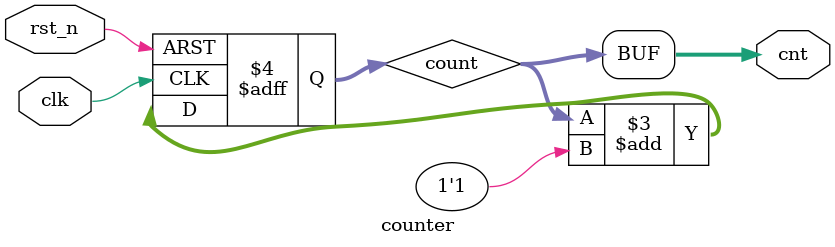
<source format=v>
`timescale 1ns / 1ps
module counter(
    input clk,
    input rst_n,
    output [3:0] cnt 
    );
	 reg [3:0] count;
	 assign cnt=count;
	always@(posedge clk,negedge rst_n)
	begin 
	if(!rst_n)
	count<=0;
	else
	count<=count+1'b1;
	end

endmodule

</source>
